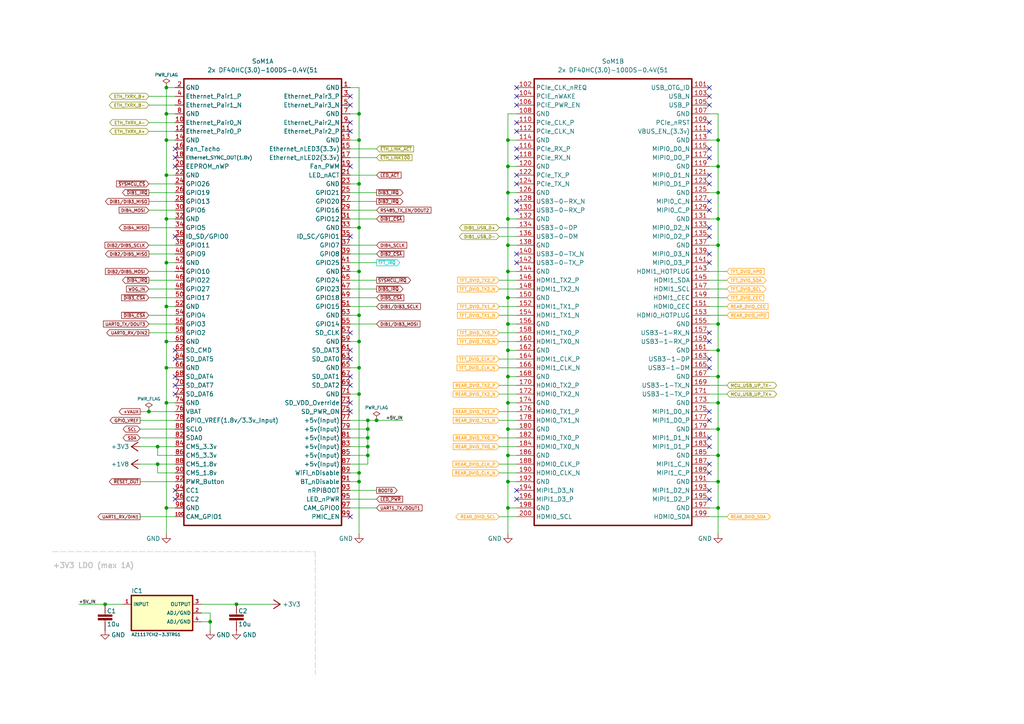
<source format=kicad_sch>
(kicad_sch (version 20250114) (generator "eeschema") (generator_version "9.0")
  (paper "A4")
  (title_block (title "${project_name}") (date "2025-11-03") (rev "${project_version}") (company "${project_creator}") (comment 1 "${project_license}") (comment 2 "${project_info}") (comment 3 "${project_url}"))
  (lib_symbols
    (symbol "PCM_EEZ_ICs:AZ1117CH2-3.3TRG1"
      (property "Reference" "IC" (at 2.54 3.175 0))
      (property "Value" "AZ1117CH2-3.3TRG1" (at 2.54 -8.255 0))
      (symbol "AZ1117CH2-3.3TRG1_1_0"
        (rectangle (start 2.54 2.54) (end 20.32 -7.62) (stroke (width 0.4064)) (fill (type background)))
        (pin power_in line (at 0 0 0) (length 2.54) (name "INPUT") (number "1"))
        (pin power_out line (at 22.86 0 180) (length 2.54) (name "OUTPUT") (number "3"))
        (pin passive line (at 22.86 -2.54 180) (length 2.54) (name "ADJ/GND") (number "2"))
        (pin passive line (at 22.86 -5.08 180) (length 2.54) (name "ADJ/GND") (number "4"))
      )
    )
    (symbol "PCM_EEZ_connectors:Raspberry Pi CM5 (SoM)"
      (property "Reference" "SoM" (at 0 0.635 0))
      (property "Value" "2x DF40HC(3.0)-100DS-0.4V(51" (at 0 -130.175 0))
      (symbol "Raspberry Pi CM5 (SoM)_1_1"
        (rectangle (start 0 0) (end 45.72 -129.54) (stroke (width 0.4064)))
        (pin power_in line (at -2.54 -2.54 0) (length 2.54) (name "GND") (number "2"))
        (pin passive line (at -2.54 -5.08 0) (length 2.54) (name "Ethernet_Pair1_P") (number "4"))
        (pin passive line (at -2.54 -7.62 0) (length 2.54) (name "Ethernet_Pair1_N") (number "6"))
        (pin power_in line (at -2.54 -10.16 0) (length 2.54) (name "GND") (number "8"))
        (pin passive line (at -2.54 -12.7 0) (length 2.54) (name "Ethernet_Pair0_N") (number "10"))
        (pin passive line (at -2.54 -15.24 0) (length 2.54) (name "Ethernet_Pair0_P") (number "12"))
        (pin power_in line (at -2.54 -17.78 0) (length 2.54) (name "GND") (number "14"))
        (pin input line (at -2.54 -20.32 0) (length 2.54) (name "Fan_Tacho") (number "16"))
        (pin output line (at -2.54 -22.86 0) (length 2.54) (name "Ethernet_SYNC_OUT(1.8v)") (number "18"))
        (pin passive line (at -2.54 -25.4 0) (length 2.54) (name "EEPROM_nWP") (number "20"))
        (pin power_in line (at -2.54 -27.94 0) (length 2.54) (name "GND") (number "22"))
        (pin passive line (at -2.54 -30.48 0) (length 2.54) (name "GPIO26") (number "24"))
        (pin passive line (at -2.54 -33.02 0) (length 2.54) (name "GPIO19") (number "26"))
        (pin passive line (at -2.54 -35.56 0) (length 2.54) (name "GPIO13") (number "28"))
        (pin passive line (at -2.54 -38.1 0) (length 2.54) (name "GPIO6") (number "30"))
        (pin power_in line (at -2.54 -40.64 0) (length 2.54) (name "GND") (number "32"))
        (pin passive line (at -2.54 -43.18 0) (length 2.54) (name "GPIO5") (number "34"))
        (pin passive line (at -2.54 -45.72 0) (length 2.54) (name "ID_SD/GPIO0") (number "36"))
        (pin passive line (at -2.54 -48.26 0) (length 2.54) (name "GPIO11") (number "38"))
        (pin passive line (at -2.54 -50.8 0) (length 2.54) (name "GPIO9") (number "40"))
        (pin power_in line (at -2.54 -53.34 0) (length 2.54) (name "GND") (number "42"))
        (pin passive line (at -2.54 -55.88 0) (length 2.54) (name "GPIO10") (number "44"))
        (pin passive line (at -2.54 -58.42 0) (length 2.54) (name "GPIO22") (number "46"))
        (pin passive line (at -2.54 -60.96 0) (length 2.54) (name "GPIO27") (number "48"))
        (pin passive line (at -2.54 -63.5 0) (length 2.54) (name "GPIO17") (number "50"))
        (pin power_in line (at -2.54 -66.04 0) (length 2.54) (name "GND") (number "52"))
        (pin passive line (at -2.54 -68.58 0) (length 2.54) (name "GPIO4") (number "54"))
        (pin passive line (at -2.54 -71.12 0) (length 2.54) (name "GPIO3") (number "56"))
        (pin passive line (at -2.54 -73.66 0) (length 2.54) (name "GPIO2") (number "58"))
        (pin power_in line (at -2.54 -76.2 0) (length 2.54) (name "GND") (number "60"))
        (pin passive line (at -2.54 -78.74 0) (length 2.54) (name "SD_CMD") (number "62"))
        (pin passive line (at -2.54 -81.28 0) (length 2.54) (name "SD_DAT5") (number "64"))
        (pin power_in line (at -2.54 -83.82 0) (length 2.54) (name "GND") (number "66"))
        (pin passive line (at -2.54 -86.36 0) (length 2.54) (name "SD_DAT4") (number "68"))
        (pin passive line (at -2.54 -88.9 0) (length 2.54) (name "SD_DAT7") (number "70"))
        (pin passive line (at -2.54 -91.44 0) (length 2.54) (name "SD_DAT6") (number "72"))
        (pin power_in line (at -2.54 -93.98 0) (length 2.54) (name "GND") (number "74"))
        (pin power_in line (at -2.54 -96.52 0) (length 2.54) (name "VBAT") (number "76"))
        (pin passive line (at -2.54 -99.06 0) (length 2.54) (name "GPIO_VREF(1.8v/3.3v_Input)") (number "78"))
        (pin passive line (at -2.54 -101.6 0) (length 2.54) (name "SCL0") (number "80"))
        (pin passive line (at -2.54 -104.14 0) (length 2.54) (name "SDA0") (number "82"))
        (pin passive line (at -2.54 -106.68 0) (length 2.54) (name "CM5_3.3v") (number "84"))
        (pin passive line (at -2.54 -109.22 0) (length 2.54) (name "CM5_3.3v") (number "86"))
        (pin passive line (at -2.54 -111.76 0) (length 2.54) (name "CM5_1.8v") (number "88"))
        (pin passive line (at -2.54 -114.3 0) (length 2.54) (name "CM5_1.8v") (number "90"))
        (pin passive line (at -2.54 -116.84 0) (length 2.54) (name "PWR_Button") (number "92"))
        (pin passive line (at -2.54 -119.38 0) (length 2.54) (name "CC1") (number "94"))
        (pin passive line (at -2.54 -121.92 0) (length 2.54) (name "CC2") (number "96"))
        (pin power_in line (at -2.54 -124.46 0) (length 2.54) (name "GND") (number "98"))
        (pin passive line (at -2.54 -127 0) (length 2.54) (name "CAM_GPIO1") (number "100"))
        (pin power_in line (at 48.26 -2.54 180) (length 2.54) (name "GND") (number "1"))
        (pin passive line (at 48.26 -5.08 180) (length 2.54) (name "Ethernet_Pair3_P") (number "3"))
        (pin passive line (at 48.26 -7.62 180) (length 2.54) (name "Ethernet_Pair3_N") (number "5"))
        (pin power_in line (at 48.26 -10.16 180) (length 2.54) (name "GND") (number "7"))
        (pin passive line (at 48.26 -12.7 180) (length 2.54) (name "Ethernet_Pair2_N") (number "9"))
        (pin passive line (at 48.26 -15.24 180) (length 2.54) (name "Ethernet_Pair2_P") (number "11"))
        (pin power_in line (at 48.26 -17.78 180) (length 2.54) (name "GND") (number "13"))
        (pin output line (at 48.26 -20.32 180) (length 2.54) (name "Ethernet_nLED3(3.3v)") (number "15"))
        (pin output line (at 48.26 -22.86 180) (length 2.54) (name "Ethernet_nLED2(3.3v)") (number "17"))
        (pin passive line (at 48.26 -25.4 180) (length 2.54) (name "Fan_PWM") (number "19"))
        (pin passive line (at 48.26 -27.94 180) (length 2.54) (name "LED_nACT") (number "21"))
        (pin power_in line (at 48.26 -30.48 180) (length 2.54) (name "GND") (number "23"))
        (pin passive line (at 48.26 -33.02 180) (length 2.54) (name "GPIO21") (number "25"))
        (pin passive line (at 48.26 -35.56 180) (length 2.54) (name "GPIO20") (number "27"))
        (pin passive line (at 48.26 -38.1 180) (length 2.54) (name "GPIO16") (number "29"))
        (pin passive line (at 48.26 -40.64 180) (length 2.54) (name "GPIO12") (number "31"))
        (pin power_in line (at 48.26 -43.18 180) (length 2.54) (name "GND") (number "33"))
        (pin passive line (at 48.26 -45.72 180) (length 2.54) (name "ID_SC/GPIO1") (number "35"))
        (pin passive line (at 48.26 -48.26 180) (length 2.54) (name "GPIO7") (number "37"))
        (pin passive line (at 48.26 -50.8 180) (length 2.54) (name "GPIO8") (number "39"))
        (pin passive line (at 48.26 -53.34 180) (length 2.54) (name "GPIO25") (number "41"))
        (pin power_in line (at 48.26 -55.88 180) (length 2.54) (name "GND") (number "43"))
        (pin passive line (at 48.26 -58.42 180) (length 2.54) (name "GPIO24") (number "45"))
        (pin passive line (at 48.26 -60.96 180) (length 2.54) (name "GPIO23") (number "47"))
        (pin passive line (at 48.26 -63.5 180) (length 2.54) (name "GPIO18") (number "49"))
        (pin passive line (at 48.26 -66.04 180) (length 2.54) (name "GPIO15") (number "51"))
        (pin power_in line (at 48.26 -68.58 180) (length 2.54) (name "GND") (number "53"))
        (pin passive line (at 48.26 -71.12 180) (length 2.54) (name "GPIO14") (number "55"))
        (pin passive line (at 48.26 -73.66 180) (length 2.54) (name "SD_CLK") (number "57"))
        (pin power_in line (at 48.26 -76.2 180) (length 2.54) (name "GND") (number "59"))
        (pin passive line (at 48.26 -78.74 180) (length 2.54) (name "SD_DAT3") (number "61"))
        (pin passive line (at 48.26 -81.28 180) (length 2.54) (name "SD_DAT0") (number "63"))
        (pin power_in line (at 48.26 -83.82 180) (length 2.54) (name "GND") (number "65"))
        (pin passive line (at 48.26 -86.36 180) (length 2.54) (name "SD_DAT1") (number "67"))
        (pin passive line (at 48.26 -88.9 180) (length 2.54) (name "SD_DAT2") (number "69"))
        (pin power_in line (at 48.26 -91.44 180) (length 2.54) (name "GND") (number "71"))
        (pin input line (at 48.26 -93.98 180) (length 2.54) (name "SD_VDD_Override") (number "73"))
        (pin output line (at 48.26 -96.52 180) (length 2.54) (name "SD_PWR_ON") (number "75"))
        (pin power_in line (at 48.26 -99.06 180) (length 2.54) (name "+5v(Input)") (number "77"))
        (pin power_in line (at 48.26 -101.6 180) (length 2.54) (name "+5v(Input)") (number "79"))
        (pin power_in line (at 48.26 -104.14 180) (length 2.54) (name "+5v(Input)") (number "81"))
        (pin power_in line (at 48.26 -106.68 180) (length 2.54) (name "+5v(Input)") (number "83"))
        (pin power_in line (at 48.26 -109.22 180) (length 2.54) (name "+5v(Input)") (number "85"))
        (pin power_in line (at 48.26 -111.76 180) (length 2.54) (name "+5v(Input)") (number "87"))
        (pin power_in line (at 48.26 -114.3 180) (length 2.54) (name "WiFi_nDisable") (number "89"))
        (pin power_in line (at 48.26 -116.84 180) (length 2.54) (name "BT_nDisable") (number "91"))
        (pin input line (at 48.26 -119.38 180) (length 2.54) (name "nRPIBOOT") (number "93"))
        (pin output line (at 48.26 -121.92 180) (length 2.54) (name "LED_nPWR") (number "95"))
        (pin passive line (at 48.26 -124.46 180) (length 2.54) (name "CAM_GPIO0") (number "97"))
        (pin input line (at 48.26 -127 180) (length 2.54) (name "PMIC_EN") (number "99"))
      )
      (symbol "Raspberry Pi CM5 (SoM)_2_1"
        (rectangle (start 0 0) (end 45.72 -129.54) (stroke (width 0.4064)))
        (pin input line (at -5.08 -2.54 0) (length 5.08) (name "PCIe_CLK_nREQ") (number "102"))
        (pin input line (at -5.08 -5.08 0) (length 5.08) (name "PCIE_nWAKE") (number "104"))
        (pin output line (at -5.08 -7.62 0) (length 5.08) (name "PCIE_PWR_EN") (number "106"))
        (pin power_in line (at -5.08 -10.16 0) (length 5.08) (name "GND") (number "108"))
        (pin output line (at -5.08 -12.7 0) (length 5.08) (name "PCIe_CLK_P") (number "110"))
        (pin output line (at -5.08 -15.24 0) (length 5.08) (name "PCIe_CLK_N") (number "112"))
        (pin power_in line (at -5.08 -17.78 0) (length 5.08) (name "GND") (number "114"))
        (pin input line (at -5.08 -20.32 0) (length 5.08) (name "PCIe_RX_P") (number "116"))
        (pin input line (at -5.08 -22.86 0) (length 5.08) (name "PCIe_RX_N") (number "118"))
        (pin power_in line (at -5.08 -25.4 0) (length 5.08) (name "GND") (number "120"))
        (pin output line (at -5.08 -27.94 0) (length 5.08) (name "PCIe_TX_P") (number "122"))
        (pin output line (at -5.08 -30.48 0) (length 5.08) (name "PCIe_TX_N") (number "124"))
        (pin power_in line (at -5.08 -33.02 0) (length 5.08) (name "GND") (number "126"))
        (pin input line (at -5.08 -35.56 0) (length 5.08) (name "USB3-0-RX_N") (number "128"))
        (pin input line (at -5.08 -38.1 0) (length 5.08) (name "USB3-0-RX_P") (number "130"))
        (pin power_in line (at -5.08 -40.64 0) (length 5.08) (name "GND") (number "132"))
        (pin passive line (at -5.08 -43.18 0) (length 5.08) (name "USB3-0-DP") (number "134"))
        (pin passive line (at -5.08 -45.72 0) (length 5.08) (name "USB3-0-DM") (number "136"))
        (pin power_in line (at -5.08 -48.26 0) (length 5.08) (name "GND") (number "138"))
        (pin output line (at -5.08 -50.8 0) (length 5.08) (name "USB3-0-TX_N") (number "140"))
        (pin output line (at -5.08 -53.34 0) (length 5.08) (name "USB3-0-TX_P") (number "142"))
        (pin power_in line (at -5.08 -55.88 0) (length 5.08) (name "GND") (number "144"))
        (pin output line (at -5.08 -58.42 0) (length 5.08) (name "HDMI1_TX2_P") (number "146"))
        (pin output line (at -5.08 -60.96 0) (length 5.08) (name "HDMI1_TX2_N") (number "148"))
        (pin power_in line (at -5.08 -63.5 0) (length 5.08) (name "GND") (number "150"))
        (pin output line (at -5.08 -66.04 0) (length 5.08) (name "HDMI1_TX1_P") (number "152"))
        (pin output line (at -5.08 -68.58 0) (length 5.08) (name "HDMI1_TX1_N") (number "154"))
        (pin power_in line (at -5.08 -71.12 0) (length 5.08) (name "GND") (number "156"))
        (pin output line (at -5.08 -73.66 0) (length 5.08) (name "HDMI1_TX0_P") (number "158"))
        (pin output line (at -5.08 -76.2 0) (length 5.08) (name "HDMI1_TX0_N") (number "160"))
        (pin power_in line (at -5.08 -78.74 0) (length 5.08) (name "GND") (number "162"))
        (pin output line (at -5.08 -81.28 0) (length 5.08) (name "HDMI1_CLK_P") (number "164"))
        (pin output line (at -5.08 -83.82 0) (length 5.08) (name "HDMI1_CLK_N") (number "166"))
        (pin power_in line (at -5.08 -86.36 0) (length 5.08) (name "GND") (number "168"))
        (pin output line (at -5.08 -88.9 0) (length 5.08) (name "HDMI0_TX2_P") (number "170"))
        (pin output line (at -5.08 -91.44 0) (length 5.08) (name "HDMI0_TX2_N") (number "172"))
        (pin power_in line (at -5.08 -93.98 0) (length 5.08) (name "GND") (number "174"))
        (pin output line (at -5.08 -96.52 0) (length 5.08) (name "HDMI0_TX1_P") (number "176"))
        (pin output line (at -5.08 -99.06 0) (length 5.08) (name "HDMI0_TX1_N") (number "178"))
        (pin power_in line (at -5.08 -101.6 0) (length 5.08) (name "GND") (number "180"))
        (pin output line (at -5.08 -104.14 0) (length 5.08) (name "HDMI0_TX0_P") (number "182"))
        (pin output line (at -5.08 -106.68 0) (length 5.08) (name "HDMI0_TX0_N") (number "184"))
        (pin power_in line (at -5.08 -109.22 0) (length 5.08) (name "GND") (number "186"))
        (pin output line (at -5.08 -111.76 0) (length 5.08) (name "HDMI0_CLK_P") (number "188"))
        (pin output line (at -5.08 -114.3 0) (length 5.08) (name "HDMI0_CLK_N") (number "190"))
        (pin power_in line (at -5.08 -116.84 0) (length 5.08) (name "GND") (number "192"))
        (pin passive line (at -5.08 -119.38 0) (length 5.08) (name "MIPI1_D3_N") (number "194"))
        (pin passive line (at -5.08 -121.92 0) (length 5.08) (name "MIPI1_D3_P") (number "196"))
        (pin power_in line (at -5.08 -124.46 0) (length 5.08) (name "GND") (number "198"))
        (pin open_collector line (at -5.08 -127 0) (length 5.08) (name "HDMI0_SCL") (number "200"))
        (pin input line (at 50.8 -2.54 180) (length 5.08) (name "USB_OTG_ID") (number "101"))
        (pin passive line (at 50.8 -5.08 180) (length 5.08) (name "USB_N") (number "103"))
        (pin passive line (at 50.8 -7.62 180) (length 5.08) (name "USB_P") (number "105"))
        (pin power_in line (at 50.8 -10.16 180) (length 5.08) (name "GND") (number "107"))
        (pin bidirectional line (at 50.8 -12.7 180) (length 5.08) (name "PCIe_nRST") (number "109"))
        (pin output line (at 50.8 -15.24 180) (length 5.08) (name "VBUS_EN_(3.3v)") (number "111"))
        (pin power_in line (at 50.8 -17.78 180) (length 5.08) (name "GND") (number "113"))
        (pin passive line (at 50.8 -20.32 180) (length 5.08) (name "MIPI0_D0_N") (number "115"))
        (pin passive line (at 50.8 -22.86 180) (length 5.08) (name "MIPI0_D0_P") (number "117"))
        (pin power_in line (at 50.8 -25.4 180) (length 5.08) (name "GND") (number "119"))
        (pin passive line (at 50.8 -27.94 180) (length 5.08) (name "MIPI0_D1_N") (number "121"))
        (pin passive line (at 50.8 -30.48 180) (length 5.08) (name "MIPI0_D1_P") (number "123"))
        (pin power_in line (at 50.8 -33.02 180) (length 5.08) (name "GND") (number "125"))
        (pin passive line (at 50.8 -35.56 180) (length 5.08) (name "MIPI0_C_N") (number "127"))
        (pin passive line (at 50.8 -38.1 180) (length 5.08) (name "MIPI0_C_P") (number "129"))
        (pin power_in line (at 50.8 -40.64 180) (length 5.08) (name "GND") (number "131"))
        (pin passive line (at 50.8 -43.18 180) (length 5.08) (name "MIPI0_D2_N") (number "133"))
        (pin passive line (at 50.8 -45.72 180) (length 5.08) (name "MIPI0_D2_P") (number "135"))
        (pin power_in line (at 50.8 -48.26 180) (length 5.08) (name "GND") (number "137"))
        (pin passive line (at 50.8 -50.8 180) (length 5.08) (name "MIPI0_D3_N") (number "139"))
        (pin passive line (at 50.8 -53.34 180) (length 5.08) (name "MIPI0_D3_P") (number "141"))
        (pin input line (at 50.8 -55.88 180) (length 5.08) (name "HDMI1_HOTPLUG") (number "143"))
        (pin bidirectional line (at 50.8 -58.42 180) (length 5.08) (name "HDMI1_SDA") (number "145"))
        (pin open_collector line (at 50.8 -60.96 180) (length 5.08) (name "HDMI1_SCL") (number "147"))
        (pin open_collector line (at 50.8 -63.5 180) (length 5.08) (name "HDMI1_CEC") (number "149"))
        (pin open_collector line (at 50.8 -66.04 180) (length 5.08) (name "HDMI0_CEC") (number "151"))
        (pin input line (at 50.8 -68.58 180) (length 5.08) (name "HDMI0_HOTPLUG") (number "153"))
        (pin power_in line (at 50.8 -71.12 180) (length 5.08) (name "GND") (number "155"))
        (pin input line (at 50.8 -73.66 180) (length 5.08) (name "USB3-1-RX_N") (number "157"))
        (pin input line (at 50.8 -76.2 180) (length 5.08) (name "USB3-1-RX_P") (number "159"))
        (pin power_in line (at 50.8 -78.74 180) (length 5.08) (name "GND") (number "161"))
        (pin passive line (at 50.8 -81.28 180) (length 5.08) (name "USB3-1-DP") (number "163"))
        (pin passive line (at 50.8 -83.82 180) (length 5.08) (name "USB3-1-DM") (number "165"))
        (pin power_in line (at 50.8 -86.36 180) (length 5.08) (name "GND") (number "167"))
        (pin output line (at 50.8 -88.9 180) (length 5.08) (name "USB3-1-TX_N") (number "169"))
        (pin output line (at 50.8 -91.44 180) (length 5.08) (name "USB3-1-TX_P") (number "171"))
        (pin power_in line (at 50.8 -93.98 180) (length 5.08) (name "GND") (number "173"))
        (pin passive line (at 50.8 -96.52 180) (length 5.08) (name "MIPI1_D0_N") (number "175"))
        (pin passive line (at 50.8 -99.06 180) (length 5.08) (name "MIPI1_D0_P") (number "177"))
        (pin power_in line (at 50.8 -101.6 180) (length 5.08) (name "GND") (number "179"))
        (pin passive line (at 50.8 -104.14 180) (length 5.08) (name "MIPI1_D1_N") (number "181"))
        (pin passive line (at 50.8 -106.68 180) (length 5.08) (name "MIPI1_D1_P") (number "183"))
        (pin power_in line (at 50.8 -109.22 180) (length 5.08) (name "GND") (number "185"))
        (pin output line (at 50.8 -111.76 180) (length 5.08) (name "MIPI1_C_N") (number "187"))
        (pin output line (at 50.8 -114.3 180) (length 5.08) (name "MIPI1_C_P") (number "189"))
        (pin power_in line (at 50.8 -116.84 180) (length 5.08) (name "GND") (number "191"))
        (pin passive line (at 50.8 -119.38 180) (length 5.08) (name "MIPI1_D2_N") (number "193"))
        (pin passive line (at 50.8 -121.92 180) (length 5.08) (name "MIPI1_D2_P") (number "195"))
        (pin power_in line (at 50.8 -124.46 180) (length 5.08) (name "GND") (number "197"))
        (pin bidirectional line (at 50.8 -127 180) (length 5.08) (name "HDMI0_SDA") (number "199"))
      )
    )
    (symbol "PCM_EEZ_passives:C-EU"
      (property "Reference" "C" (at 1.27 0.635 0))
      (symbol "C-EU_1_0"
        (rectangle (start -2.032 -0.508) (end 2.032 -1.016) (fill (type outline)))
        (rectangle (start -2.032 -2.032) (end 2.032 -1.524) (fill (type outline)))
        (polyline (pts (xy 0 0) (xy 0 -0.508)) (stroke (width 0.1524)))
        (polyline (pts (xy 0 -2.54) (xy 0 -2.032)) (stroke (width 0.1524)))
        (pin passive line (at 0 2.54 270) (length 2.54) (name "1") (number "1"))
        (pin passive line (at 0 -5.08 90) (length 2.54) (name "2") (number "2"))
      )
    )
    (symbol "PCM_EEZ_symbols:+1V8" (power)
      (property "Value" "+1V8" (at 0 0.635 0))
      (symbol "+1V8_1_0"
        (polyline (pts (xy 0 0) (xy -1.27 -1.905)) (stroke (width 0.254)))
        (polyline (pts (xy 1.27 -1.905) (xy 0 0)) (stroke (width 0.254)))
        (pin power_in line (at 0 -2.54 90) (length 2.54) (name "+5V") (number "1"))
      )
    )
    (symbol "PCM_EEZ_symbols:+3V3" (power)
      (property "Value" "+3V3" (at 0 0.635 0))
      (symbol "+3V3_1_0"
        (polyline (pts (xy 0 0) (xy -1.27 -1.905)) (stroke (width 0.254)))
        (polyline (pts (xy 1.27 -1.905) (xy 0 0)) (stroke (width 0.254)))
        (pin power_in line (at 0 -2.54 90) (length 2.54) (name "+3V3") (number "1"))
      )
    )
    (symbol "power:GND" (power) (pin_numbers (hide yes)) (pin_names (offset 0) (hide yes))
      (property "Value" "GND" (at 0 -3.81 0))
      (symbol "GND_0_1"
        (polyline (pts (xy 0 0) (xy 0 -1.27) (xy 1.27 -1.27) (xy 0 -2.54) (xy -1.27 -1.27) (xy 0 -1.27)))
      )
      (symbol "GND_1_1"
        (pin power_in line (at 0 0 270) (length 0) (name "~") (number "1"))
      )
    )
    (symbol "power:PWR_FLAG" (power) (pin_numbers (hide yes)) (pin_names (offset 0) (hide yes))
      (property "Value" "PWR_FLAG" (at 0 3.81 0))
      (symbol "PWR_FLAG_0_0"
        (pin power_out line (at 0 0 90) (length 0) (name "~") (number "1"))
      )
      (symbol "PWR_FLAG_0_1"
        (polyline (pts (xy 0 0) (xy 0 1.27) (xy -1.016 1.905) (xy 0 2.54) (xy 1.016 1.905) (xy 0 1.27)))
      )
    )
  )
  (text "+3V3 LDO (max 1A)" (at 15.24 165.1 0) (effects (font (size 1.524 1.524) (thickness 0.3048) (bold yes)) (justify left bottom)))
  (junction (at 104.14 66.04))
  (junction (at 106.68 124.46))
  (junction (at 208.28 55.88))
  (junction (at 48.26 25.4))
  (junction (at 147.32 147.32))
  (junction (at 147.32 132.08))
  (junction (at 104.14 106.68))
  (junction (at 104.14 137.16))
  (junction (at 48.26 40.64))
  (junction (at 208.28 139.7))
  (junction (at 106.68 121.92))
  (junction (at 48.26 76.2))
  (junction (at 208.28 40.64))
  (junction (at 104.14 78.74))
  (junction (at 104.14 40.64))
  (junction (at 147.32 78.74))
  (junction (at 48.26 106.68))
  (junction (at 48.26 116.84))
  (junction (at 147.32 86.36))
  (junction (at 104.14 91.44))
  (junction (at 106.68 127))
  (junction (at 45.72 129.54))
  (junction (at 48.26 63.5))
  (junction (at 48.26 88.9))
  (junction (at 106.68 129.54))
  (junction (at 147.32 93.98))
  (junction (at 147.32 101.6))
  (junction (at 147.32 63.5))
  (junction (at 147.32 109.22))
  (junction (at 147.32 40.64))
  (junction (at 147.32 48.26))
  (junction (at 48.26 33.02))
  (junction (at 208.28 147.32))
  (junction (at 48.26 50.8))
  (junction (at 208.28 71.12))
  (junction (at 30.48 175.26))
  (junction (at 208.28 48.26))
  (junction (at 109.22 121.92))
  (junction (at 104.14 53.34))
  (junction (at 147.32 139.7))
  (junction (at 104.14 114.3))
  (junction (at 208.28 109.22))
  (junction (at 208.28 116.84))
  (junction (at 147.32 55.88))
  (junction (at 147.32 71.12))
  (junction (at 60.96 180.34))
  (junction (at 104.14 33.02))
  (junction (at 43.18 119.38))
  (junction (at 104.14 139.7))
  (junction (at 104.14 99.06))
  (junction (at 208.28 63.5))
  (junction (at 147.32 116.84))
  (junction (at 208.28 132.08))
  (junction (at 68.58 175.26))
  (junction (at 48.26 147.32))
  (junction (at 147.32 124.46))
  (junction (at 208.28 93.98))
  (junction (at 208.28 124.46))
  (junction (at 106.68 132.08))
  (junction (at 45.72 134.62))
  (junction (at 48.26 99.06))
  (junction (at 208.28 101.6))
  (no_connect (at 205.74 76.2))
  (no_connect (at 101.6 35.56))
  (no_connect (at 101.6 30.48))
  (no_connect (at 101.6 96.52))
  (no_connect (at 50.8 45.72))
  (no_connect (at 101.6 104.14))
  (no_connect (at 205.74 119.38))
  (no_connect (at 101.6 27.94))
  (no_connect (at 205.74 137.16))
  (no_connect (at 205.74 99.06))
  (no_connect (at 149.86 45.72))
  (no_connect (at 149.86 38.1))
  (no_connect (at 101.6 111.76))
  (no_connect (at 149.86 58.42))
  (no_connect (at 149.86 73.66))
  (no_connect (at 149.86 25.4))
  (no_connect (at 205.74 68.58))
  (no_connect (at 50.8 144.78))
  (no_connect (at 205.74 27.94))
  (no_connect (at 205.74 129.54))
  (no_connect (at 101.6 119.38))
  (no_connect (at 205.74 43.18))
  (no_connect (at 101.6 101.6))
  (no_connect (at 149.86 50.8))
  (no_connect (at 205.74 30.48))
  (no_connect (at 101.6 48.26))
  (no_connect (at 149.86 76.2))
  (no_connect (at 149.86 60.96))
  (no_connect (at 101.6 149.86))
  (no_connect (at 50.8 104.14))
  (no_connect (at 205.74 73.66))
  (no_connect (at 205.74 38.1))
  (no_connect (at 50.8 111.76))
  (no_connect (at 50.8 101.6))
  (no_connect (at 205.74 53.34))
  (no_connect (at 205.74 58.42))
  (no_connect (at 101.6 109.22))
  (no_connect (at 205.74 50.8))
  (no_connect (at 149.86 27.94))
  (no_connect (at 205.74 45.72))
  (no_connect (at 205.74 127))
  (no_connect (at 101.6 38.1))
  (no_connect (at 149.86 43.18))
  (no_connect (at 149.86 142.24))
  (no_connect (at 205.74 121.92))
  (no_connect (at 149.86 144.78))
  (no_connect (at 205.74 142.24))
  (no_connect (at 50.8 114.3))
  (no_connect (at 205.74 35.56))
  (no_connect (at 50.8 142.24))
  (no_connect (at 50.8 68.58))
  (no_connect (at 205.74 66.04))
  (no_connect (at 205.74 144.78))
  (no_connect (at 149.86 30.48))
  (no_connect (at 50.8 48.26))
  (no_connect (at 101.6 68.58))
  (no_connect (at 205.74 25.4))
  (no_connect (at 50.8 109.22))
  (no_connect (at 50.8 43.18))
  (no_connect (at 205.74 106.68))
  (no_connect (at 205.74 96.52))
  (no_connect (at 205.74 104.14))
  (no_connect (at 205.74 60.96))
  (no_connect (at 149.86 35.56))
  (no_connect (at 205.74 134.62))
  (no_connect (at 149.86 53.34))
  (no_connect (at 101.6 116.84))
  (wire (pts (xy 144.78 68.58) (xy 149.86 68.58)))
  (polyline (pts (xy 15.24 160.02) (xy 91.44 160.02)) (stroke (width 0.1524) (type dash) (color 194 194 194 1)))
  (wire (pts (xy 147.32 40.64) (xy 149.86 40.64)))
  (wire (pts (xy 147.32 124.46) (xy 149.86 124.46)))
  (wire (pts (xy 48.26 99.06) (xy 50.8 99.06)))
  (wire (pts (xy 40.64 121.92) (xy 50.8 121.92)))
  (wire (pts (xy 147.32 101.6) (xy 149.86 101.6)))
  (wire (pts (xy 104.14 139.7) (xy 104.14 154.94)))
  (wire (pts (xy 101.6 91.44) (xy 104.14 91.44)))
  (wire (pts (xy 205.74 83.82) (xy 210.82 83.82)))
  (wire (pts (xy 205.74 101.6) (xy 208.28 101.6)))
  (wire (pts (xy 147.32 63.5) (xy 149.86 63.5)))
  (wire (pts (xy 147.32 33.02) (xy 149.86 33.02)))
  (wire (pts (xy 43.18 96.52) (xy 50.8 96.52)))
  (wire (pts (xy 147.32 147.32) (xy 147.32 154.94)))
  (wire (pts (xy 43.18 66.04) (xy 50.8 66.04)))
  (wire (pts (xy 35.56 175.26) (xy 30.48 175.26)))
  (wire (pts (xy 104.14 91.44) (xy 104.14 99.06)))
  (wire (pts (xy 147.32 109.22) (xy 147.32 116.84)))
  (wire (pts (xy 147.32 86.36) (xy 147.32 93.98)))
  (wire (pts (xy 104.14 114.3) (xy 104.14 137.16)))
  (wire (pts (xy 144.78 134.62) (xy 149.86 134.62)))
  (wire (pts (xy 147.32 101.6) (xy 147.32 109.22)))
  (wire (pts (xy 43.18 53.34) (xy 50.8 53.34)))
  (wire (pts (xy 40.64 139.7) (xy 50.8 139.7)))
  (wire (pts (xy 40.64 134.62) (xy 45.72 134.62)))
  (wire (pts (xy 147.32 86.36) (xy 149.86 86.36)))
  (wire (pts (xy 208.28 124.46) (xy 208.28 132.08)))
  (wire (pts (xy 144.78 111.76) (xy 149.86 111.76)))
  (wire (pts (xy 144.78 114.3) (xy 149.86 114.3)))
  (wire (pts (xy 147.32 78.74) (xy 149.86 78.74)))
  (wire (pts (xy 45.72 132.08) (xy 50.8 132.08)))
  (wire (pts (xy 48.26 63.5) (xy 48.26 76.2)))
  (wire (pts (xy 208.28 93.98) (xy 208.28 101.6)))
  (wire (pts (xy 43.18 86.36) (xy 50.8 86.36)))
  (wire (pts (xy 101.6 81.28) (xy 109.22 81.28)))
  (wire (pts (xy 144.78 99.06) (xy 149.86 99.06)))
  (wire (pts (xy 208.28 71.12) (xy 208.28 93.98)))
  (wire (pts (xy 101.6 114.3) (xy 104.14 114.3)))
  (wire (pts (xy 48.26 88.9) (xy 50.8 88.9)))
  (wire (pts (xy 144.78 129.54) (xy 149.86 129.54)))
  (wire (pts (xy 144.78 106.68) (xy 149.86 106.68)))
  (wire (pts (xy 101.6 71.12) (xy 109.22 71.12)))
  (wire (pts (xy 147.32 33.02) (xy 147.32 40.64)))
  (wire (pts (xy 205.74 147.32) (xy 208.28 147.32)))
  (wire (pts (xy 144.78 121.92) (xy 149.86 121.92)))
  (wire (pts (xy 101.6 55.88) (xy 109.22 55.88)))
  (wire (pts (xy 147.32 109.22) (xy 149.86 109.22)))
  (wire (pts (xy 43.18 60.96) (xy 50.8 60.96)))
  (wire (pts (xy 144.78 119.38) (xy 149.86 119.38)))
  (wire (pts (xy 205.74 116.84) (xy 208.28 116.84)))
  (wire (pts (xy 205.74 93.98) (xy 208.28 93.98)))
  (wire (pts (xy 147.32 63.5) (xy 147.32 71.12)))
  (wire (pts (xy 104.14 78.74) (xy 104.14 91.44)))
  (wire (pts (xy 106.68 127) (xy 106.68 129.54)))
  (wire (pts (xy 101.6 144.78) (xy 109.22 144.78)))
  (wire (pts (xy 58.42 177.8) (xy 60.96 177.8)))
  (wire (pts (xy 205.74 149.86) (xy 210.82 149.86)))
  (wire (pts (xy 58.42 180.34) (xy 60.96 180.34)))
  (wire (pts (xy 68.58 175.26) (xy 58.42 175.26)))
  (wire (pts (xy 147.32 132.08) (xy 147.32 139.7)))
  (wire (pts (xy 205.74 91.44) (xy 210.82 91.44)))
  (wire (pts (xy 101.6 86.36) (xy 109.22 86.36)))
  (wire (pts (xy 101.6 60.96) (xy 109.22 60.96)))
  (wire (pts (xy 101.6 106.68) (xy 104.14 106.68)))
  (wire (pts (xy 101.6 45.72) (xy 109.22 45.72)))
  (wire (pts (xy 109.22 121.92) (xy 116.84 121.92)))
  (wire (pts (xy 48.26 40.64) (xy 50.8 40.64)))
  (wire (pts (xy 40.64 129.54) (xy 45.72 129.54)))
  (wire (pts (xy 144.78 66.04) (xy 149.86 66.04)))
  (wire (pts (xy 45.72 129.54) (xy 45.72 132.08)))
  (wire (pts (xy 144.78 96.52) (xy 149.86 96.52)))
  (wire (pts (xy 205.74 111.76) (xy 210.82 111.76)))
  (wire (pts (xy 48.26 147.32) (xy 50.8 147.32)))
  (wire (pts (xy 147.32 48.26) (xy 149.86 48.26)))
  (wire (pts (xy 48.26 40.64) (xy 48.26 50.8)))
  (wire (pts (xy 106.68 121.92) (xy 109.22 121.92)))
  (wire (pts (xy 101.6 73.66) (xy 109.22 73.66)))
  (wire (pts (xy 43.18 91.44) (xy 50.8 91.44)))
  (wire (pts (xy 43.18 30.48) (xy 50.8 30.48)))
  (wire (pts (xy 104.14 25.4) (xy 104.14 33.02)))
  (wire (pts (xy 101.6 43.18) (xy 109.22 43.18)))
  (wire (pts (xy 101.6 76.2) (xy 109.22 76.2)))
  (wire (pts (xy 208.28 132.08) (xy 208.28 139.7)))
  (wire (pts (xy 48.26 76.2) (xy 50.8 76.2)))
  (wire (pts (xy 101.6 121.92) (xy 106.68 121.92)))
  (wire (pts (xy 147.32 116.84) (xy 147.32 124.46)))
  (wire (pts (xy 208.28 116.84) (xy 208.28 124.46)))
  (wire (pts (xy 45.72 129.54) (xy 50.8 129.54)))
  (wire (pts (xy 43.18 93.98) (xy 50.8 93.98)))
  (wire (pts (xy 48.26 99.06) (xy 48.26 106.68)))
  (wire (pts (xy 101.6 99.06) (xy 104.14 99.06)))
  (wire (pts (xy 104.14 66.04) (xy 104.14 78.74)))
  (wire (pts (xy 205.74 71.12) (xy 208.28 71.12)))
  (wire (pts (xy 78.74 175.26) (xy 68.58 175.26)))
  (wire (pts (xy 205.74 124.46) (xy 208.28 124.46)))
  (wire (pts (xy 101.6 83.82) (xy 109.22 83.82)))
  (wire (pts (xy 43.18 119.38) (xy 50.8 119.38)))
  (wire (pts (xy 45.72 134.62) (xy 45.72 137.16)))
  (wire (pts (xy 147.32 124.46) (xy 147.32 132.08)))
  (wire (pts (xy 106.68 129.54) (xy 106.68 132.08)))
  (wire (pts (xy 144.78 149.86) (xy 149.86 149.86)))
  (wire (pts (xy 43.18 73.66) (xy 50.8 73.66)))
  (wire (pts (xy 101.6 58.42) (xy 109.22 58.42)))
  (wire (pts (xy 144.78 127) (xy 149.86 127)))
  (wire (pts (xy 147.32 71.12) (xy 147.32 78.74)))
  (wire (pts (xy 48.26 76.2) (xy 48.26 88.9)))
  (wire (pts (xy 101.6 53.34) (xy 104.14 53.34)))
  (wire (pts (xy 147.32 139.7) (xy 149.86 139.7)))
  (wire (pts (xy 104.14 53.34) (xy 104.14 66.04)))
  (wire (pts (xy 104.14 33.02) (xy 104.14 40.64)))
  (wire (pts (xy 101.6 40.64) (xy 104.14 40.64)))
  (wire (pts (xy 43.18 27.94) (xy 50.8 27.94)))
  (wire (pts (xy 205.74 139.7) (xy 208.28 139.7)))
  (wire (pts (xy 144.78 83.82) (xy 149.86 83.82)))
  (wire (pts (xy 40.64 149.86) (xy 50.8 149.86)))
  (wire (pts (xy 48.26 116.84) (xy 50.8 116.84)))
  (wire (pts (xy 48.26 147.32) (xy 48.26 154.94)))
  (wire (pts (xy 208.28 48.26) (xy 208.28 55.88)))
  (wire (pts (xy 104.14 40.64) (xy 104.14 53.34)))
  (wire (pts (xy 101.6 134.62) (xy 106.68 134.62)))
  (wire (pts (xy 48.26 33.02) (xy 48.26 40.64)))
  (wire (pts (xy 147.32 55.88) (xy 149.86 55.88)))
  (wire (pts (xy 144.78 81.28) (xy 149.86 81.28)))
  (wire (pts (xy 147.32 48.26) (xy 147.32 55.88)))
  (wire (pts (xy 106.68 121.92) (xy 106.68 124.46)))
  (wire (pts (xy 101.6 137.16) (xy 104.14 137.16)))
  (wire (pts (xy 101.6 88.9) (xy 109.22 88.9)))
  (wire (pts (xy 147.32 55.88) (xy 147.32 63.5)))
  (wire (pts (xy 101.6 124.46) (xy 106.68 124.46)))
  (wire (pts (xy 101.6 50.8) (xy 109.22 50.8)))
  (wire (pts (xy 104.14 137.16) (xy 104.14 139.7)))
  (polyline (pts (xy 91.44 160.02) (xy 91.44 195.58)) (stroke (width 0.1524) (type dash) (color 194 194 194 1)))
  (wire (pts (xy 48.26 63.5) (xy 50.8 63.5)))
  (wire (pts (xy 147.32 93.98) (xy 147.32 101.6)))
  (wire (pts (xy 101.6 132.08) (xy 106.68 132.08)))
  (wire (pts (xy 208.28 147.32) (xy 208.28 154.94)))
  (wire (pts (xy 205.74 114.3) (xy 210.82 114.3)))
  (wire (pts (xy 101.6 147.32) (xy 109.22 147.32)))
  (wire (pts (xy 208.28 40.64) (xy 208.28 48.26)))
  (wire (pts (xy 48.26 25.4) (xy 50.8 25.4)))
  (wire (pts (xy 101.6 127) (xy 106.68 127)))
  (wire (pts (xy 101.6 25.4) (xy 104.14 25.4)))
  (wire (pts (xy 40.64 124.46) (xy 50.8 124.46)))
  (wire (pts (xy 106.68 124.46) (xy 106.68 127)))
  (wire (pts (xy 45.72 137.16) (xy 50.8 137.16)))
  (wire (pts (xy 101.6 63.5) (xy 109.22 63.5)))
  (wire (pts (xy 43.18 78.74) (xy 50.8 78.74)))
  (wire (pts (xy 208.28 109.22) (xy 208.28 116.84)))
  (wire (pts (xy 48.26 25.4) (xy 48.26 33.02)))
  (wire (pts (xy 43.18 81.28) (xy 50.8 81.28)))
  (wire (pts (xy 205.74 63.5) (xy 208.28 63.5)))
  (wire (pts (xy 104.14 106.68) (xy 104.14 114.3)))
  (wire (pts (xy 48.26 116.84) (xy 48.26 147.32)))
  (wire (pts (xy 144.78 137.16) (xy 149.86 137.16)))
  (wire (pts (xy 106.68 132.08) (xy 106.68 134.62)))
  (wire (pts (xy 48.26 50.8) (xy 48.26 63.5)))
  (wire (pts (xy 43.18 35.56) (xy 50.8 35.56)))
  (wire (pts (xy 43.18 38.1) (xy 50.8 38.1)))
  (wire (pts (xy 205.74 40.64) (xy 208.28 40.64)))
  (wire (pts (xy 144.78 88.9) (xy 149.86 88.9)))
  (wire (pts (xy 147.32 147.32) (xy 149.86 147.32)))
  (wire (pts (xy 205.74 81.28) (xy 210.82 81.28)))
  (wire (pts (xy 208.28 63.5) (xy 208.28 71.12)))
  (wire (pts (xy 205.74 86.36) (xy 210.82 86.36)))
  (wire (pts (xy 101.6 66.04) (xy 104.14 66.04)))
  (wire (pts (xy 147.32 139.7) (xy 147.32 147.32)))
  (wire (pts (xy 205.74 55.88) (xy 208.28 55.88)))
  (wire (pts (xy 43.18 55.88) (xy 50.8 55.88)))
  (wire (pts (xy 45.72 134.62) (xy 50.8 134.62)))
  (wire (pts (xy 30.48 175.26) (xy 22.86 175.26)))
  (wire (pts (xy 147.32 71.12) (xy 149.86 71.12)))
  (wire (pts (xy 101.6 139.7) (xy 104.14 139.7)))
  (wire (pts (xy 60.96 180.34) (xy 60.96 182.88)))
  (wire (pts (xy 43.18 58.42) (xy 50.8 58.42)))
  (wire (pts (xy 208.28 55.88) (xy 208.28 63.5)))
  (wire (pts (xy 208.28 33.02) (xy 208.28 40.64)))
  (wire (pts (xy 205.74 33.02) (xy 208.28 33.02)))
  (wire (pts (xy 40.64 119.38) (xy 43.18 119.38)))
  (wire (pts (xy 48.26 50.8) (xy 50.8 50.8)))
  (wire (pts (xy 48.26 88.9) (xy 48.26 99.06)))
  (wire (pts (xy 208.28 139.7) (xy 208.28 147.32)))
  (wire (pts (xy 48.26 106.68) (xy 48.26 116.84)))
  (wire (pts (xy 205.74 132.08) (xy 208.28 132.08)))
  (wire (pts (xy 43.18 83.82) (xy 50.8 83.82)))
  (wire (pts (xy 101.6 33.02) (xy 104.14 33.02)))
  (wire (pts (xy 208.28 101.6) (xy 208.28 109.22)))
  (wire (pts (xy 40.64 127) (xy 50.8 127)))
  (wire (pts (xy 205.74 88.9) (xy 210.82 88.9)))
  (wire (pts (xy 101.6 78.74) (xy 104.14 78.74)))
  (wire (pts (xy 101.6 93.98) (xy 109.22 93.98)))
  (wire (pts (xy 144.78 91.44) (xy 149.86 91.44)))
  (wire (pts (xy 144.78 104.14) (xy 149.86 104.14)))
  (wire (pts (xy 210.82 78.74) (xy 205.74 78.74)))
  (wire (pts (xy 101.6 142.24) (xy 109.22 142.24)))
  (wire (pts (xy 60.96 177.8) (xy 60.96 180.34)))
  (wire (pts (xy 205.74 109.22) (xy 208.28 109.22)))
  (wire (pts (xy 48.26 106.68) (xy 50.8 106.68)))
  (wire (pts (xy 104.14 99.06) (xy 104.14 106.68)))
  (wire (pts (xy 48.26 33.02) (xy 50.8 33.02)))
  (wire (pts (xy 147.32 78.74) (xy 147.32 86.36)))
  (wire (pts (xy 147.32 93.98) (xy 149.86 93.98)))
  (wire (pts (xy 101.6 129.54) (xy 106.68 129.54)))
  (wire (pts (xy 147.32 132.08) (xy 149.86 132.08)))
  (wire (pts (xy 43.18 71.12) (xy 50.8 71.12)))
  (wire (pts (xy 147.32 116.84) (xy 149.86 116.84)))
  (wire (pts (xy 205.74 48.26) (xy 208.28 48.26)))
  (wire (pts (xy 147.32 40.64) (xy 147.32 48.26)))
  (label "+5V_IN" (at 116.84 121.92 180) (effects (font (size 0.889 0.889))))
  (label "+5V_IN" (at 22.86 175.26 0) (effects (font (size 0.889 0.889))))
  (global_label "TFT_DVID_CLK_N" (shape input) (at 144.78 106.68 180) (effects (font (size 0.889 0.889))) (property "Intersheetrefs" "${INTERSHEET_REFS}" (effects (hide yes))))
  (global_label "SCL" (shape bidirectional) (at 40.64 124.46 180) (effects (font (size 0.889 0.889))) (property "Intersheetrefs" "${INTERSHEET_REFS}" (effects (hide yes))))
  (global_label "+VAUX" (shape output) (at 40.64 119.38 180) (effects (font (size 0.889 0.889))) (property "Intersheetrefs" "${INTERSHEET_REFS}" (effects (hide yes))))
  (global_label "TFT_DVID_TX1_P" (shape input) (at 144.78 88.9 180) (effects (font (size 0.889 0.889))) (property "Intersheetrefs" "${INTERSHEET_REFS}" (effects (hide yes))))
  (global_label "REAR_DVID_TX1_P" (shape input) (at 144.78 119.38 180) (effects (font (size 0.889 0.889))) (property "Intersheetrefs" "${INTERSHEET_REFS}" (effects (hide yes))))
  (global_label "DIB1_USB_D+" (shape bidirectional) (at 144.78 66.04 180) (effects (font (size 0.889 0.889))) (property "Intersheetrefs" "${INTERSHEET_REFS}" (effects (hide yes))))
  (global_label "DIB1{slash}DIB3_MOSI" (shape input) (at 109.22 93.98 0) (effects (font (size 0.889 0.889))) (property "Intersheetrefs" "${INTERSHEET_REFS}" (effects (hide yes))))
  (global_label "~{SYSMCU_IRQ}" (shape output) (at 109.22 81.28 0) (effects (font (size 0.889 0.889))) (property "Intersheetrefs" "${INTERSHEET_REFS}" (effects (hide yes))))
  (global_label "TFT_DVID_TX0_N" (shape input) (at 144.78 99.06 180) (effects (font (size 0.889 0.889))) (property "Intersheetrefs" "${INTERSHEET_REFS}" (effects (hide yes))))
  (global_label "~{DIB4_IRQ}" (shape output) (at 43.18 81.28 180) (effects (font (size 0.889 0.889))) (property "Intersheetrefs" "${INTERSHEET_REFS}" (effects (hide yes))))
  (global_label "~{RESET_OUT}" (shape output) (at 40.64 139.7 180) (effects (font (size 0.889 0.889))) (property "Intersheetrefs" "${INTERSHEET_REFS}" (effects (hide yes))))
  (global_label "REAR_DVID_SCL" (shape bidirectional) (at 144.78 149.86 180) (effects (font (size 0.889 0.889))) (property "Intersheetrefs" "${INTERSHEET_REFS}" (effects (hide yes))))
  (global_label "REAR_DVID_CEC" (shape input) (at 210.82 88.9 0) (effects (font (size 0.889 0.889))) (property "Intersheetrefs" "${INTERSHEET_REFS}" (effects (hide yes))))
  (global_label "GPIO_VREF" (shape output) (at 40.64 121.92 180) (effects (font (size 0.889 0.889))) (property "Intersheetrefs" "${INTERSHEET_REFS}" (effects (hide yes))))
  (global_label "~{LED_ACT}" (shape input) (at 109.22 50.8 0) (effects (font (size 0.889 0.889))) (property "Intersheetrefs" "${INTERSHEET_REFS}" (effects (hide yes))))
  (global_label "TFT_DVID_TX0_P" (shape input) (at 144.78 96.52 180) (effects (font (size 0.889 0.889))) (property "Intersheetrefs" "${INTERSHEET_REFS}" (effects (hide yes))))
  (global_label "REAR_DVID_TX0_P" (shape input) (at 144.78 127 180) (effects (font (size 0.889 0.889))) (property "Intersheetrefs" "${INTERSHEET_REFS}" (effects (hide yes))))
  (global_label "REAR_DVID_TX1_N" (shape input) (at 144.78 121.92 180) (effects (font (size 0.889 0.889))) (property "Intersheetrefs" "${INTERSHEET_REFS}" (effects (hide yes))))
  (global_label "REAR_DVID_CLK_N" (shape input) (at 144.78 137.16 180) (effects (font (size 0.889 0.889))) (property "Intersheetrefs" "${INTERSHEET_REFS}" (effects (hide yes))))
  (global_label "~{DIB5_CSA}" (shape input) (at 109.22 86.36 0) (effects (font (size 0.889 0.889))) (property "Intersheetrefs" "${INTERSHEET_REFS}" (effects (hide yes))))
  (global_label "DIB4_MISO" (shape output) (at 43.18 66.04 180) (effects (font (size 0.889 0.889))) (property "Intersheetrefs" "${INTERSHEET_REFS}" (effects (hide yes))))
  (global_label "DIB1{slash}DIB3_SCLK" (shape input) (at 109.22 88.9 0) (effects (font (size 0.889 0.889))) (property "Intersheetrefs" "${INTERSHEET_REFS}" (effects (hide yes))))
  (global_label "DIB1_USB_D-" (shape bidirectional) (at 144.78 68.58 180) (effects (font (size 0.889 0.889))) (property "Intersheetrefs" "${INTERSHEET_REFS}" (effects (hide yes))))
  (global_label "REAR_DVID_CLK_P" (shape input) (at 144.78 134.62 180) (effects (font (size 0.889 0.889))) (property "Intersheetrefs" "${INTERSHEET_REFS}" (effects (hide yes))))
  (global_label "SDA" (shape bidirectional) (at 40.64 127 180) (effects (font (size 0.889 0.889))) (property "Intersheetrefs" "${INTERSHEET_REFS}" (effects (hide yes))))
  (global_label "~{DIB2_CSA}" (shape input) (at 109.22 73.66 0) (effects (font (size 0.889 0.889))) (property "Intersheetrefs" "${INTERSHEET_REFS}" (effects (hide yes))))
  (global_label "~{DIB5_IRQ}" (shape output) (at 109.22 83.82 0) (effects (font (size 0.889 0.889))) (property "Intersheetrefs" "${INTERSHEET_REFS}" (effects (hide yes))))
  (global_label "~{LED_PWR}" (shape input) (at 109.22 144.78 0) (effects (font (size 0.889 0.889))) (property "Intersheetrefs" "${INTERSHEET_REFS}" (effects (hide yes))))
  (global_label "REAR_DVID_SDA" (shape bidirectional) (at 210.82 149.86 0) (effects (font (size 0.889 0.889))) (property "Intersheetrefs" "${INTERSHEET_REFS}" (effects (hide yes))))
  (global_label "TFT_DVID_TX2_P" (shape input) (at 144.78 81.28 180) (effects (font (size 0.889 0.889))) (property "Intersheetrefs" "${INTERSHEET_REFS}" (effects (hide yes))))
  (global_label "DIB2{slash}DIB5_MISO" (shape output) (at 43.18 73.66 180) (effects (font (size 0.889 0.889))) (property "Intersheetrefs" "${INTERSHEET_REFS}" (effects (hide yes))))
  (global_label "BOOT0" (shape output) (at 109.22 142.24 0) (effects (font (size 0.889 0.889))) (property "Intersheetrefs" "${INTERSHEET_REFS}" (effects (hide yes))))
  (global_label "~{DIB1_CSA}" (shape input) (at 109.22 63.5 0) (effects (font (size 0.889 0.889))) (property "Intersheetrefs" "${INTERSHEET_REFS}" (effects (hide yes))))
  (global_label "~{ETH_LINK_ACT}" (shape input) (at 109.22 43.18 0) (effects (font (size 0.889 0.889))) (property "Intersheetrefs" "${INTERSHEET_REFS}" (effects (hide yes))))
  (global_label "~{SYSMCU_CS}" (shape input) (at 43.18 53.34 180) (effects (font (size 0.889 0.889))) (property "Intersheetrefs" "${INTERSHEET_REFS}" (effects (hide yes))))
  (global_label "DIB1{slash}DIB3_MISO" (shape output) (at 43.18 58.42 180) (effects (font (size 0.889 0.889))) (property "Intersheetrefs" "${INTERSHEET_REFS}" (effects (hide yes))))
  (global_label "DIB4_MOSI" (shape input) (at 43.18 60.96 180) (effects (font (size 0.889 0.889))) (property "Intersheetrefs" "${INTERSHEET_REFS}" (effects (hide yes))))
  (global_label "TFT_DVID_CLK_P" (shape input) (at 144.78 104.14 180) (effects (font (size 0.889 0.889))) (property "Intersheetrefs" "${INTERSHEET_REFS}" (effects (hide yes))))
  (global_label "REAR_DVID_TX2_N" (shape input) (at 144.78 114.3 180) (effects (font (size 0.889 0.889))) (property "Intersheetrefs" "${INTERSHEET_REFS}" (effects (hide yes))))
  (global_label "UART0_RX{slash}DIN2" (shape output) (at 43.18 96.52 180) (effects (font (size 0.889 0.889))) (property "Intersheetrefs" "${INTERSHEET_REFS}" (effects (hide yes))))
  (global_label "ETH_TXRX_B+" (shape bidirectional) (at 43.18 27.94 180) (effects (font (size 0.889 0.889))) (property "Intersheetrefs" "${INTERSHEET_REFS}" (effects (hide yes))))
  (global_label "DIB2{slash}DIB5_MOSI" (shape input) (at 43.18 78.74 180) (effects (font (size 0.889 0.889))) (property "Intersheetrefs" "${INTERSHEET_REFS}" (effects (hide yes))))
  (global_label "UART1_RX{slash}DIN1" (shape output) (at 40.64 149.86 180) (effects (font (size 0.889 0.889))) (property "Intersheetrefs" "${INTERSHEET_REFS}" (effects (hide yes))))
  (global_label "~{DIB1_IRQ}" (shape output) (at 43.18 55.88 180) (effects (font (size 0.889 0.889))) (property "Intersheetrefs" "${INTERSHEET_REFS}" (effects (hide yes))))
  (global_label "~{DIB3_CSA}" (shape input) (at 43.18 86.36 180) (effects (font (size 0.889 0.889))) (property "Intersheetrefs" "${INTERSHEET_REFS}" (effects (hide yes))))
  (global_label "~{DIB3_IRQ}" (shape output) (at 109.22 55.88 0) (effects (font (size 0.889 0.889))) (property "Intersheetrefs" "${INTERSHEET_REFS}" (effects (hide yes))))
  (global_label "~{DIB2_IRQ}" (shape output) (at 109.22 58.42 0) (effects (font (size 0.889 0.889))) (property "Intersheetrefs" "${INTERSHEET_REFS}" (effects (hide yes))))
  (global_label "REAR_DVID_TX0_N" (shape input) (at 144.78 129.54 180) (effects (font (size 0.889 0.889))) (property "Intersheetrefs" "${INTERSHEET_REFS}" (effects (hide yes))))
  (global_label "TFT_DVID_HPD" (shape input) (at 210.82 78.74 0) (effects (font (size 0.889 0.889))) (property "Intersheetrefs" "${INTERSHEET_REFS}" (effects (hide yes))))
  (global_label "~{DIB4_CSA}" (shape input) (at 43.18 91.44 180) (effects (font (size 0.889 0.889))) (property "Intersheetrefs" "${INTERSHEET_REFS}" (effects (hide yes))))
  (global_label "DIB4_SCLK" (shape input) (at 109.22 71.12 0) (effects (font (size 0.889 0.889))) (property "Intersheetrefs" "${INTERSHEET_REFS}" (effects (hide yes))))
  (global_label "ETH_TXRX_B-" (shape bidirectional) (at 43.18 30.48 180) (effects (font (size 0.889 0.889))) (property "Intersheetrefs" "${INTERSHEET_REFS}" (effects (hide yes))))
  (global_label "UART1_TX{slash}DOUT1" (shape input) (at 109.22 147.32 0) (effects (font (size 0.889 0.889))) (property "Intersheetrefs" "${INTERSHEET_REFS}" (effects (hide yes))))
  (global_label "UART0_TX{slash}DOUT3" (shape input) (at 43.18 93.98 180) (effects (font (size 0.889 0.889))) (property "Intersheetrefs" "${INTERSHEET_REFS}" (effects (hide yes))))
  (global_label "WDG_IN" (shape input) (at 43.18 83.82 180) (effects (font (size 0.889 0.889))) (property "Intersheetrefs" "${INTERSHEET_REFS}" (effects (hide yes))))
  (global_label "MCU_USB_UP_TX-" (shape bidirectional) (at 210.82 111.76 0) (effects (font (size 0.889 0.889))) (property "Intersheetrefs" "${INTERSHEET_REFS}" (effects (hide yes))))
  (global_label "MCU_USB_UP_TX+" (shape bidirectional) (at 210.82 114.3 0) (effects (font (size 0.889 0.889))) (property "Intersheetrefs" "${INTERSHEET_REFS}" (effects (hide yes))))
  (global_label "TFT_DVID_TX2_N" (shape input) (at 144.78 83.82 180) (effects (font (size 0.889 0.889))) (property "Intersheetrefs" "${INTERSHEET_REFS}" (effects (hide yes))))
  (global_label "REAR_DVID_HPD" (shape input) (at 210.82 91.44 0) (effects (font (size 0.889 0.889))) (property "Intersheetrefs" "${INTERSHEET_REFS}" (effects (hide yes))))
  (global_label "TFT_DVID_TX1_N" (shape input) (at 144.78 91.44 180) (effects (font (size 0.889 0.889))) (property "Intersheetrefs" "${INTERSHEET_REFS}" (effects (hide yes))))
  (global_label "~{ETH_LINK100}" (shape input) (at 109.22 45.72 0) (effects (font (size 0.889 0.889))) (property "Intersheetrefs" "${INTERSHEET_REFS}" (effects (hide yes))))
  (global_label "TFT_DVID_SCL" (shape bidirectional) (at 210.82 83.82 0) (effects (font (size 0.889 0.889))) (property "Intersheetrefs" "${INTERSHEET_REFS}" (effects (hide yes))))
  (global_label "ETH_TXRX_A-" (shape bidirectional) (at 43.18 35.56 180) (effects (font (size 0.889 0.889))) (property "Intersheetrefs" "${INTERSHEET_REFS}" (effects (hide yes))))
  (global_label "TFT_DVID_CEC" (shape input) (at 210.82 86.36 0) (effects (font (size 0.889 0.889))) (property "Intersheetrefs" "${INTERSHEET_REFS}" (effects (hide yes))))
  (global_label "DIB2{slash}DIB5_SCLK" (shape input) (at 43.18 71.12 180) (effects (font (size 0.889 0.889))) (property "Intersheetrefs" "${INTERSHEET_REFS}" (effects (hide yes))))
  (global_label "REAR_DVID_TX2_P" (shape input) (at 144.78 111.76 180) (effects (font (size 0.889 0.889))) (property "Intersheetrefs" "${INTERSHEET_REFS}" (effects (hide yes))))
  (global_label "TFT_DVID_SDA" (shape bidirectional) (at 210.82 81.28 0) (effects (font (size 0.889 0.889))) (property "Intersheetrefs" "${INTERSHEET_REFS}" (effects (hide yes))))
  (global_label "RS485_TX_EN{slash}DOUT2" (shape input) (at 109.22 60.96 0) (effects (font (size 0.889 0.889))) (property "Intersheetrefs" "${INTERSHEET_REFS}" (effects (hide yes))))
  (global_label "~{TFT_IRQ}" (shape output) (at 109.22 76.2 0) (effects (font (size 0.889 0.889))) (property "Intersheetrefs" "${INTERSHEET_REFS}" (effects (hide yes))))
  (global_label "ETH_TXRX_A+" (shape bidirectional) (at 43.18 38.1 180) (effects (font (size 0.889 0.889))) (property "Intersheetrefs" "${INTERSHEET_REFS}" (effects (hide yes))))
  (symbol (lib_id "power:GND") (at 104.14 154.94 0) (mirror y) (unit 1)
    (property "Reference" "#PWR06" (effects (hide yes)))
    (property "Value" "GND" (at 100.33 156.21 0))
    (property "Description" "Power symbol creates a global label with name \"GND\" , ground" (effects (hide yes)))
  )
  (symbol (lib_id "PCM_EEZ_ICs:AZ1117CH2-3.3TRG1") (at 35.56 175.26 0) (unit 1)
    (property "Reference" "IC1" (at 38.1 172.085 0) (effects (justify left bottom)))
    (property "Value" "AZ1117CH2-3.3TRG1" (at 38.1 183.515 0) (effects (font (size 0.889 0.889)) (justify left top)))
    (property "Footprint" "PCM_EEZ_SMD:SOT223" (effects (hide yes)))
    (property "Description" "3.3 V, 1A, 3-terminal regulator" (effects (hide yes)))
    (property "DigiKey" "31-AZ1117CH2-3.3TRG1CT-ND" (effects (hide yes)))
    (property "Mouser" "621-AZ1117CH2-33TRG1" (effects (hide yes)))
    (property "TME" "AZ1117CH2-3.3TRG1" (effects (hide yes)))
    (property "LCSC" "C108492" (effects (hide yes)))
  )
  (symbol (lib_id "power:GND") (at 30.48 182.88 0) (unit 1)
    (property "Reference" "#PWR01" (effects (hide yes)))
    (property "Value" "GND" (at 34.29 184.15 0))
    (property "Description" "Power symbol creates a global label with name \"GND\" , ground" (effects (hide yes)))
  )
  (symbol (lib_id "PCM_EEZ_symbols:+1V8") (at 38.1 134.62 90) (mirror x) (unit 1)
    (property "Reference" "#PWR02" (effects (hide yes)))
    (property "Value" "+1V8" (at 37.465 134.62 90) (effects (justify left)))
    (property "Description" "Power symbol creates a global label with name \"+1V8\"" (effects (hide yes)))
  )
  (symbol (lib_id "power:GND") (at 208.28 154.94 0) (mirror y) (unit 1)
    (property "Reference" "#PWR08" (effects (hide yes)))
    (property "Value" "GND" (at 204.47 156.21 0))
    (property "Description" "Power symbol creates a global label with name \"GND\" , ground" (effects (hide yes)))
  )
  (symbol (lib_id "PCM_EEZ_symbols:+3V3") (at 38.1 129.54 90) (unit 1)
    (property "Reference" "#+3V01" (effects (hide yes)))
    (property "Value" "+3V3" (at 37.465 129.54 90) (effects (justify left)))
    (property "Description" "Power symbol creates a global label with name \"+3V3\"" (effects (hide yes)))
  )
  (symbol (lib_id "power:PWR_FLAG") (at 43.18 119.38 0) (unit 1)
    (property "Reference" "#FLG01" (effects (hide yes)))
    (property "Value" "PWR_FLAG" (at 43.18 116.205 0) (effects (font (size 0.889 0.889)) (justify bottom)))
    (property "Description" "Special symbol for telling ERC where power comes from" (effects (hide yes)))
  )
  (symbol (lib_id "power:GND") (at 68.58 182.88 0) (unit 1)
    (property "Reference" "#PWR05" (effects (hide yes)))
    (property "Value" "GND" (at 72.39 184.15 0))
    (property "Description" "Power symbol creates a global label with name \"GND\" , ground" (effects (hide yes)))
  )
  (symbol (lib_id "PCM_EEZ_connectors:Raspberry Pi CM5 (SoM)") (at 53.34 22.86 0) (unit 1)
    (property "Reference" "SoM1" (at 76.2 17.78 0))
    (property "Value" "2x DF40HC(3.0)-100DS-0.4V(51" (at 76.2 20.32 0))
    (property "Footprint" "PCM_EEZ_connectors:Raspberry-Pi-CM5 (SoM)" (effects (hide yes)))
    (property "DigiKey" "26-DF40HC(3.0)-100DS-0.4V(51)CT-ND" (effects (hide yes)))
    (property "Mouser" "798-DF40HC30100DS451" (effects (hide yes)))
    (property "TME" "-" (effects (hide yes)))
    (property "LCSC" "C424649" (effects (hide yes)))
  )
  (symbol (lib_id "PCM_EEZ_passives:C-EU") (at 30.48 180.34 180) (unit 1)
    (property "Reference" "C1" (at 30.988 177.9524 0) (effects (justify right top)))
    (property "Value" "10u" (at 30.988 181.7624 0) (effects (justify right top)))
    (property "Footprint" "PCM_EEZ_passives:C_0603_1608Metric" (effects (hide yes)))
    (property "DigiKey" "1276-1052-6-ND" (effects (hide yes)))
    (property "Mouser" "187-CL21A106KPFNNNE" (effects (hide yes)))
    (property "TME" "CL21A106KPFNNNE" (effects (hide yes)))
    (property "LCSC" "C17024" (effects (hide yes)))
  )
  (symbol (lib_id "power:GND") (at 60.96 182.88 0) (unit 1)
    (property "Reference" "#PWR04" (effects (hide yes)))
    (property "Value" "GND" (at 64.77 184.15 0))
    (property "Description" "Power symbol creates a global label with name \"GND\" , ground" (effects (hide yes)))
  )
  (symbol (lib_id "power:PWR_FLAG") (at 109.22 121.92 0) (unit 1)
    (property "Reference" "#FLG03" (effects (hide yes)))
    (property "Value" "PWR_FLAG" (at 109.22 118.745 0) (effects (font (size 0.889 0.889)) (justify bottom)))
    (property "Description" "Special symbol for telling ERC where power comes from" (effects (hide yes)))
  )
  (symbol (lib_id "PCM_EEZ_connectors:Raspberry Pi CM5 (SoM)") (at 154.94 22.86 0) (unit 2)
    (property "Reference" "SoM1" (at 177.8 17.78 0))
    (property "Value" "2x DF40HC(3.0)-100DS-0.4V(51" (at 177.8 20.32 0))
    (property "Footprint" "PCM_EEZ_connectors:Raspberry-Pi-CM5 (SoM)" (effects (hide yes)))
    (property "DigiKey" "26-DF40HC(3.0)-100DS-0.4V(51)CT-ND" (effects (hide yes)))
    (property "Mouser" "798-DF40HC30100DS451" (effects (hide yes)))
    (property "TME" "-" (effects (hide yes)))
    (property "LCSC" "C424649" (effects (hide yes)))
  )
  (symbol (lib_id "power:GND") (at 48.26 154.94 0) (mirror y) (unit 1)
    (property "Reference" "#PWR03" (effects (hide yes)))
    (property "Value" "GND" (at 44.45 156.21 0))
    (property "Description" "Power symbol creates a global label with name \"GND\" , ground" (effects (hide yes)))
  )
  (symbol (lib_id "power:GND") (at 147.32 154.94 0) (mirror y) (unit 1)
    (property "Reference" "#PWR07" (effects (hide yes)))
    (property "Value" "GND" (at 143.51 156.21 0))
    (property "Description" "Power symbol creates a global label with name \"GND\" , ground" (effects (hide yes)))
  )
  (symbol (lib_id "PCM_EEZ_symbols:+3V3") (at 81.28 175.26 270) (mirror x) (unit 1)
    (property "Reference" "#+3V02" (effects (hide yes)))
    (property "Value" "+3V3" (at 81.915 175.26 90) (effects (justify left)))
    (property "Description" "Power symbol creates a global label with name \"+3V3\"" (effects (hide yes)))
  )
  (symbol (lib_id "PCM_EEZ_passives:C-EU") (at 68.58 180.34 180) (unit 1)
    (property "Reference" "C2" (at 69.088 177.9524 0) (effects (justify right top)))
    (property "Value" "10u" (at 69.088 181.7624 0) (effects (justify right top)))
    (property "Footprint" "PCM_EEZ_passives:C_0603_1608Metric" (effects (hide yes)))
    (property "DigiKey" "1276-1052-6-ND" (effects (hide yes)))
    (property "Mouser" "187-CL21A106KPFNNNE" (effects (hide yes)))
    (property "TME" "CL21A106KPFNNNE" (effects (hide yes)))
    (property "LCSC" "C17024" (effects (hide yes)))
  )
  (symbol (lib_id "power:PWR_FLAG") (at 48.26 25.4 0) (unit 1)
    (property "Reference" "#FLG02" (effects (hide yes)))
    (property "Value" "PWR_FLAG" (at 48.26 22.225 0) (effects (font (size 0.889 0.889)) (justify bottom)))
    (property "Description" "Special symbol for telling ERC where power comes from" (effects (hide yes)))
  )
)
</source>
